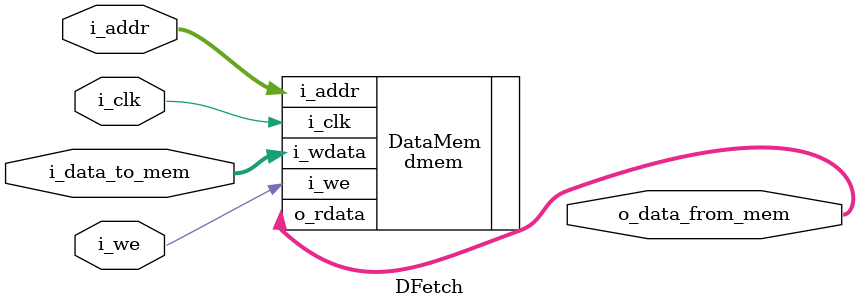
<source format=sv>
/*********************************************************************
 *                                                                   *
 *  University of Crete                                              *  
 *  Department of Computer Science                                   *
 *  CS-523: Digital Circuits Design Lab Using EDA Tools              *
 *  Spring 2018                                                      *
 *                                                                   *
 *                                                                   *
 *  Author:       Antonios Psistakis (psistakis@csd.uoc.gr)          *
 *  Date:         May 22th, 2018                                     *
 *  Description:  Data fetch for a 32-bit RISC-V    		     *
 *                                                                   *
 *********************************************************************/

module DFetch(
	input 			i_clk,
	input logic [31:0] 	i_addr,
	input logic [31:0] 	i_data_to_mem,
	input logic		i_we,
	output logic [31:0] 	o_data_from_mem
	);
	
	 dmem DataMem(
                .i_clk(i_clk),
                .i_we(i_we),
                .i_addr(i_addr),
                .i_wdata(i_data_to_mem),
                .o_rdata(o_data_from_mem)
        );

endmodule

</source>
